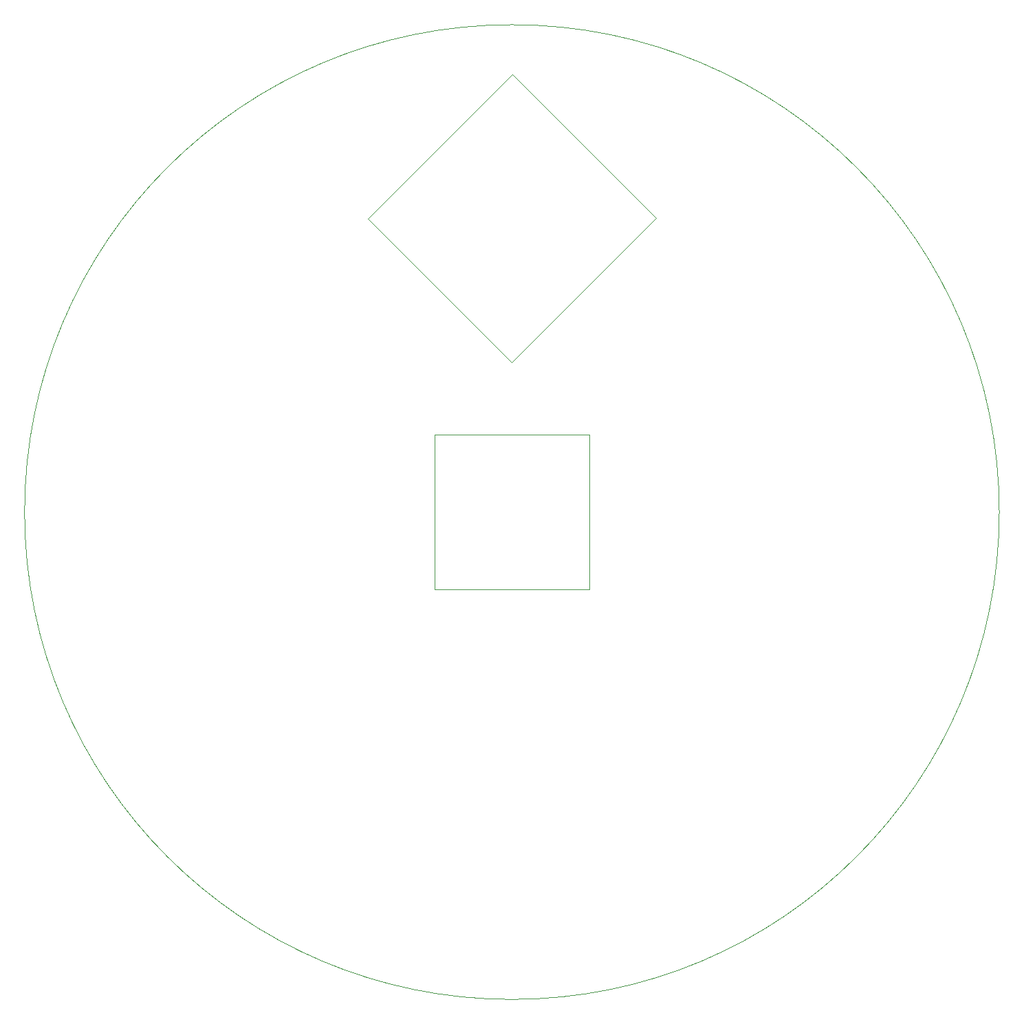
<source format=gbr>
%TF.GenerationSoftware,KiCad,Pcbnew,9.0.4*%
%TF.CreationDate,2025-09-09T09:49:35+02:00*%
%TF.ProjectId,Untitled,556e7469-746c-4656-942e-6b696361645f,rev?*%
%TF.SameCoordinates,Original*%
%TF.FileFunction,Profile,NP*%
%FSLAX46Y46*%
G04 Gerber Fmt 4.6, Leading zero omitted, Abs format (unit mm)*
G04 Created by KiCad (PCBNEW 9.0.4) date 2025-09-09 09:49:35*
%MOMM*%
%LPD*%
G01*
G04 APERTURE LIST*
%TA.AperFunction,Profile*%
%ADD10C,0.050000*%
%TD*%
G04 APERTURE END LIST*
D10*
X127500000Y-67500000D02*
X109680909Y-85319091D01*
X92003240Y-67641422D01*
X109822331Y-49822331D01*
X127500000Y-67500000D01*
X169751620Y-103720711D02*
G75*
G02*
X49751620Y-103720711I-60000000J0D01*
G01*
X49751620Y-103720711D02*
G75*
G02*
X169751620Y-103720711I60000000J0D01*
G01*
X100251620Y-94220711D02*
X119251620Y-94220711D01*
X119251620Y-113220711D01*
X100251620Y-113220711D01*
X100251620Y-94220711D01*
M02*

</source>
